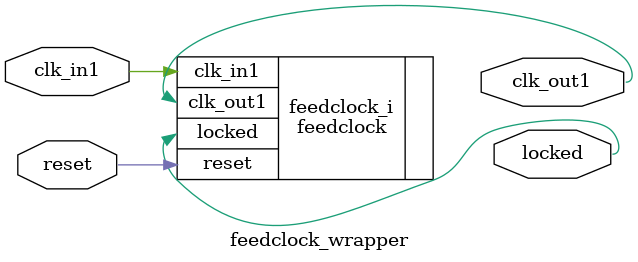
<source format=v>
`timescale 1 ps / 1 ps

module feedclock_wrapper
   (clk_in1,
    clk_out1,
    locked,
    reset);
  input clk_in1;
  output clk_out1;
  output locked;
  input reset;

  wire clk_in1;
  wire clk_out1;
  wire locked;
  wire reset;

  feedclock feedclock_i
       (.clk_in1(clk_in1),
        .clk_out1(clk_out1),
        .locked(locked),
        .reset(reset));
endmodule

</source>
